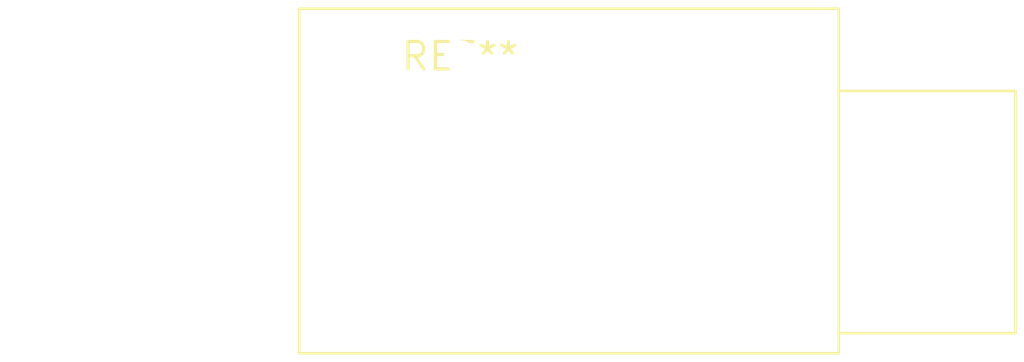
<source format=kicad_pcb>
(kicad_pcb (version 20240108) (generator pcbnew)
  (layers (0 "F.Cu" signal) (31 "B.Cu" signal) (34 "B.Paste" user) (35 "F.Paste" user) (36 "B.SilkS" user "B.Silkscreen") (37 "F.SilkS" user "F.Silkscreen") (38 "B.Mask" user) (39 "F.Mask" user) (44 "Edge.Cuts" user))
  (net 0 "")
  (footprint "Jack_6.35mm_Neutrik_NRJ6HM-1_Horizontal" (layer "F.Cu") (at 0 0)
    (property "Reference" "REF**")
    (property "Value" "Jack_6.35mm_Neutrik_NRJ6HM-1_Horizontal")
    (fp_line (start -7.47 -2.21) (end 17.57 -2.21) (layer "F.SilkS") (stroke (width 0.12)))
    (fp_line (start -7.47 13.78) (end -7.47 -2.21) (layer "F.SilkS") (stroke (width 0.12)))
    (fp_line (start -7.47 13.78) (end 17.57 13.78) (layer "F.SilkS") (stroke (width 0.12)))
    (fp_line (start 17.57 -2.21) (end 17.57 13.78) (layer "F.SilkS") (stroke (width 0.12)))
    (fp_line (start 25.77 1.61) (end 17.57 1.61) (layer "F.SilkS") (stroke (width 0.12)))
    (fp_line (start 25.77 12.85) (end 17.57 12.85) (layer "F.SilkS") (stroke (width 0.12)))
    (fp_line (start 25.77 12.85) (end 25.77 1.61) (layer "F.SilkS") (stroke (width 0.12)))
    (pad "R" thru_hole circle (at 6.35 0) (size 3 3) (drill 1.5) (layers *.Cu *.Mask) (remove_unused_layers))
    (pad "RN" thru_hole circle (at 6.35 11.43) (size 3 3) (drill 1.5) (layers *.Cu *.Mask) (remove_unused_layers))
    (pad "S" thru_hole circle (at 12.7 0) (size 3 3) (drill 1.5) (layers *.Cu *.Mask) (remove_unused_layers))
    (pad "SN" thru_hole circle (at 12.7 11.43) (size 3 3) (drill 1.5) (layers *.Cu *.Mask) (remove_unused_layers))
    (pad "T" thru_hole circle (at 0 0) (size 3 3) (drill 1.5) (layers *.Cu *.Mask) (remove_unused_layers))
    (pad "TN" thru_hole circle (at 0 11.43) (size 3 3) (drill 1.5) (layers *.Cu *.Mask) (remove_unused_layers))
  )
)
</source>
